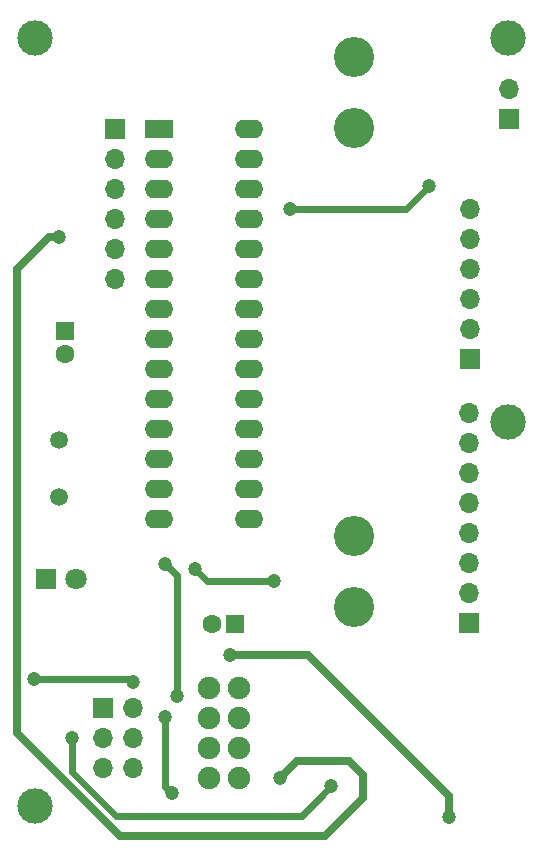
<source format=gbr>
G04 #@! TF.GenerationSoftware,KiCad,Pcbnew,5.0.1-33cea8e~68~ubuntu18.04.1*
G04 #@! TF.CreationDate,2018-11-21T16:18:05-05:00*
G04 #@! TF.ProjectId,samn,73616D6E2E6B696361645F7063620000,5*
G04 #@! TF.SameCoordinates,Original*
G04 #@! TF.FileFunction,Copper,L1,Top,Mixed*
G04 #@! TF.FilePolarity,Positive*
%FSLAX46Y46*%
G04 Gerber Fmt 4.6, Leading zero omitted, Abs format (unit mm)*
G04 Created by KiCad (PCBNEW 5.0.1-33cea8e~68~ubuntu18.04.1) date Wed 21 Nov 2018 04:18:05 PM EST*
%MOMM*%
%LPD*%
G01*
G04 APERTURE LIST*
G04 #@! TA.AperFunction,ComponentPad*
%ADD10R,1.700000X1.700000*%
G04 #@! TD*
G04 #@! TA.AperFunction,ComponentPad*
%ADD11O,1.700000X1.700000*%
G04 #@! TD*
G04 #@! TA.AperFunction,ComponentPad*
%ADD12C,1.900000*%
G04 #@! TD*
G04 #@! TA.AperFunction,ComponentPad*
%ADD13C,1.800000*%
G04 #@! TD*
G04 #@! TA.AperFunction,ComponentPad*
%ADD14R,1.800000X1.800000*%
G04 #@! TD*
G04 #@! TA.AperFunction,ComponentPad*
%ADD15C,3.400000*%
G04 #@! TD*
G04 #@! TA.AperFunction,ComponentPad*
%ADD16C,1.500000*%
G04 #@! TD*
G04 #@! TA.AperFunction,ComponentPad*
%ADD17C,1.600000*%
G04 #@! TD*
G04 #@! TA.AperFunction,ComponentPad*
%ADD18R,1.600000X1.600000*%
G04 #@! TD*
G04 #@! TA.AperFunction,ComponentPad*
%ADD19O,2.400000X1.600000*%
G04 #@! TD*
G04 #@! TA.AperFunction,ComponentPad*
%ADD20R,2.400000X1.600000*%
G04 #@! TD*
G04 #@! TA.AperFunction,ViaPad*
%ADD21C,3.000000*%
G04 #@! TD*
G04 #@! TA.AperFunction,ViaPad*
%ADD22C,1.200000*%
G04 #@! TD*
G04 #@! TA.AperFunction,Conductor*
%ADD23C,0.400000*%
G04 #@! TD*
G04 #@! TA.AperFunction,Conductor*
%ADD24C,0.600000*%
G04 #@! TD*
G04 #@! TA.AperFunction,Conductor*
%ADD25C,0.700000*%
G04 #@! TD*
G04 APERTURE END LIST*
D10*
G04 #@! TO.P,J5,1*
G04 #@! TO.N,+1V5*
X63650000Y-29350000D03*
D11*
G04 #@! TO.P,J5,2*
G04 #@! TO.N,Net-(J5-Pad2)*
X63650000Y-26810000D03*
G04 #@! TD*
D12*
G04 #@! TO.P,U3,1*
G04 #@! TO.N,GND*
X38250000Y-77500000D03*
G04 #@! TO.P,U3,2*
G04 #@! TO.N,+3V3*
X40790000Y-77500000D03*
G04 #@! TO.P,U3,3*
G04 #@! TO.N,Net-(U2-Pad12)*
X38250000Y-80040000D03*
G04 #@! TO.P,U3,4*
G04 #@! TO.N,Net-(U2-Pad13)*
X40790000Y-80040000D03*
G04 #@! TO.P,U3,5*
G04 #@! TO.N,SCK*
X38250000Y-82580000D03*
G04 #@! TO.P,U3,6*
G04 #@! TO.N,MOSI*
X40790000Y-82580000D03*
G04 #@! TO.P,U3,7*
G04 #@! TO.N,MISO*
X38250000Y-85120000D03*
G04 #@! TO.P,U3,8*
G04 #@! TO.N,Net-(J3-Pad4)*
X40790000Y-85120000D03*
G04 #@! TD*
D11*
G04 #@! TO.P,J4,6*
G04 #@! TO.N,MISO*
X31790000Y-84330000D03*
G04 #@! TO.P,J4,5*
G04 #@! TO.N,+3V3*
X29250000Y-84330000D03*
G04 #@! TO.P,J4,4*
G04 #@! TO.N,SCK*
X31790000Y-81790000D03*
G04 #@! TO.P,J4,3*
G04 #@! TO.N,MOSI*
X29250000Y-81790000D03*
G04 #@! TO.P,J4,2*
G04 #@! TO.N,Reset*
X31790000Y-79250000D03*
D10*
G04 #@! TO.P,J4,1*
G04 #@! TO.N,GND*
X29250000Y-79250000D03*
G04 #@! TD*
D13*
G04 #@! TO.P,LED_I1,2*
G04 #@! TO.N,Net-(LED_I1-Pad2)*
X26940000Y-68300000D03*
D14*
G04 #@! TO.P,LED_I1,1*
G04 #@! TO.N,GND*
X24400000Y-68300000D03*
G04 #@! TD*
D15*
G04 #@! TO.P,V1,2*
G04 #@! TO.N,GND*
X50500000Y-70700000D03*
X50500000Y-64700000D03*
G04 #@! TO.P,V1,1*
G04 #@! TO.N,Net-(J5-Pad2)*
X50500000Y-30150000D03*
X50500000Y-24150000D03*
G04 #@! TD*
D16*
G04 #@! TO.P,Y1,2*
G04 #@! TO.N,Net-(C6-Pad1)*
X25500000Y-61380000D03*
G04 #@! TO.P,Y1,1*
G04 #@! TO.N,Net-(C5-Pad1)*
X25500000Y-56500000D03*
G04 #@! TD*
D17*
G04 #@! TO.P,C4,2*
G04 #@! TO.N,GND*
X26050000Y-49300000D03*
D18*
G04 #@! TO.P,C4,1*
G04 #@! TO.N,+3V3*
X26050000Y-47300000D03*
G04 #@! TD*
D17*
G04 #@! TO.P,C7,2*
G04 #@! TO.N,GND*
X38450000Y-72150000D03*
D18*
G04 #@! TO.P,C7,1*
G04 #@! TO.N,+3V3*
X40450000Y-72150000D03*
G04 #@! TD*
D11*
G04 #@! TO.P,J1,6*
G04 #@! TO.N,Net-(J1-Pad6)*
X60300000Y-36950000D03*
G04 #@! TO.P,J1,5*
G04 #@! TO.N,Net-(J1-Pad5)*
X60300000Y-39490000D03*
G04 #@! TO.P,J1,4*
G04 #@! TO.N,Net-(J1-Pad4)*
X60300000Y-42030000D03*
G04 #@! TO.P,J1,3*
G04 #@! TO.N,Net-(J1-Pad3)*
X60300000Y-44570000D03*
G04 #@! TO.P,J1,2*
G04 #@! TO.N,Net-(J1-Pad2)*
X60300000Y-47110000D03*
D10*
G04 #@! TO.P,J1,1*
G04 #@! TO.N,Net-(J1-Pad1)*
X60300000Y-49650000D03*
G04 #@! TD*
D11*
G04 #@! TO.P,J3,6*
G04 #@! TO.N,Net-(J3-Pad6)*
X30250000Y-42950000D03*
G04 #@! TO.P,J3,5*
G04 #@! TO.N,Net-(J3-Pad5)*
X30250000Y-40410000D03*
G04 #@! TO.P,J3,4*
G04 #@! TO.N,Net-(J3-Pad4)*
X30250000Y-37870000D03*
G04 #@! TO.P,J3,3*
G04 #@! TO.N,Net-(J3-Pad3)*
X30250000Y-35330000D03*
G04 #@! TO.P,J3,2*
G04 #@! TO.N,Net-(J3-Pad2)*
X30250000Y-32790000D03*
D10*
G04 #@! TO.P,J3,1*
G04 #@! TO.N,Reset*
X30250000Y-30250000D03*
G04 #@! TD*
D11*
G04 #@! TO.P,J2,8*
G04 #@! TO.N,GND*
X60250000Y-54220000D03*
G04 #@! TO.P,J2,7*
G04 #@! TO.N,+3V3*
X60250000Y-56760000D03*
G04 #@! TO.P,J2,6*
G04 #@! TO.N,SCK*
X60250000Y-59300000D03*
G04 #@! TO.P,J2,5*
G04 #@! TO.N,MISO*
X60250000Y-61840000D03*
G04 #@! TO.P,J2,4*
G04 #@! TO.N,MOSI*
X60250000Y-64380000D03*
G04 #@! TO.P,J2,3*
G04 #@! TO.N,Net-(J2-Pad3)*
X60250000Y-66920000D03*
G04 #@! TO.P,J2,2*
G04 #@! TO.N,Net-(J2-Pad2)*
X60250000Y-69460000D03*
D10*
G04 #@! TO.P,J2,1*
G04 #@! TO.N,Net-(J2-Pad1)*
X60250000Y-72000000D03*
G04 #@! TD*
D19*
G04 #@! TO.P,U2,28*
G04 #@! TO.N,Net-(J1-Pad6)*
X41620000Y-30250000D03*
G04 #@! TO.P,U2,14*
G04 #@! TO.N,Net-(J2-Pad1)*
X34000000Y-63270000D03*
G04 #@! TO.P,U2,27*
G04 #@! TO.N,Net-(J1-Pad5)*
X41620000Y-32790000D03*
G04 #@! TO.P,U2,13*
G04 #@! TO.N,Net-(U2-Pad13)*
X34000000Y-60730000D03*
G04 #@! TO.P,U2,26*
G04 #@! TO.N,Net-(R7-Pad1)*
X41620000Y-35330000D03*
G04 #@! TO.P,U2,12*
G04 #@! TO.N,Net-(U2-Pad12)*
X34000000Y-58190000D03*
G04 #@! TO.P,U2,25*
G04 #@! TO.N,Net-(J1-Pad3)*
X41620000Y-37870000D03*
G04 #@! TO.P,U2,11*
G04 #@! TO.N,Net-(R4-Pad2)*
X34000000Y-55650000D03*
G04 #@! TO.P,U2,24*
G04 #@! TO.N,Net-(J1-Pad2)*
X41620000Y-40410000D03*
G04 #@! TO.P,U2,10*
G04 #@! TO.N,Net-(C6-Pad1)*
X34000000Y-53110000D03*
G04 #@! TO.P,U2,23*
G04 #@! TO.N,Net-(J1-Pad1)*
X41620000Y-42950000D03*
G04 #@! TO.P,U2,9*
G04 #@! TO.N,Net-(C5-Pad1)*
X34000000Y-50570000D03*
G04 #@! TO.P,U2,22*
G04 #@! TO.N,GND*
X41620000Y-45490000D03*
G04 #@! TO.P,U2,8*
X34000000Y-48030000D03*
G04 #@! TO.P,U2,21*
G04 #@! TO.N,Net-(C3-Pad2)*
X41620000Y-48030000D03*
G04 #@! TO.P,U2,7*
G04 #@! TO.N,+3V3*
X34000000Y-45490000D03*
G04 #@! TO.P,U2,20*
X41620000Y-50570000D03*
G04 #@! TO.P,U2,6*
G04 #@! TO.N,Net-(J3-Pad6)*
X34000000Y-42950000D03*
G04 #@! TO.P,U2,19*
G04 #@! TO.N,SCK*
X41620000Y-53110000D03*
G04 #@! TO.P,U2,5*
G04 #@! TO.N,Net-(J3-Pad5)*
X34000000Y-40410000D03*
G04 #@! TO.P,U2,18*
G04 #@! TO.N,MISO*
X41620000Y-55650000D03*
G04 #@! TO.P,U2,4*
G04 #@! TO.N,Net-(J3-Pad4)*
X34000000Y-37870000D03*
G04 #@! TO.P,U2,17*
G04 #@! TO.N,MOSI*
X41620000Y-58190000D03*
G04 #@! TO.P,U2,3*
G04 #@! TO.N,Net-(J3-Pad3)*
X34000000Y-35330000D03*
G04 #@! TO.P,U2,16*
G04 #@! TO.N,Net-(J2-Pad3)*
X41620000Y-60730000D03*
G04 #@! TO.P,U2,2*
G04 #@! TO.N,Net-(J3-Pad2)*
X34000000Y-32790000D03*
G04 #@! TO.P,U2,15*
G04 #@! TO.N,Net-(J2-Pad2)*
X41620000Y-63270000D03*
D20*
G04 #@! TO.P,U2,1*
G04 #@! TO.N,Reset*
X34000000Y-30250000D03*
G04 #@! TD*
D21*
G04 #@! TO.N,*
X23500000Y-22500000D03*
X23500000Y-87500000D03*
X63500000Y-55000000D03*
X63500000Y-22500000D03*
D22*
G04 #@! TO.N,Reset*
X31750000Y-77000030D03*
X23400010Y-76750000D03*
G04 #@! TO.N,+3V3*
X58500000Y-88500000D03*
X40000000Y-74750000D03*
G04 #@! TO.N,Net-(U2-Pad12)*
X34500000Y-67000000D03*
X35500000Y-78250000D03*
G04 #@! TO.N,SCK*
X34500000Y-80000000D03*
X35050004Y-86450000D03*
G04 #@! TO.N,MOSI*
X26610000Y-81790000D03*
X48550000Y-85850000D03*
G04 #@! TO.N,Net-(J3-Pad4)*
X44250000Y-85150000D03*
X25550000Y-39350000D03*
G04 #@! TO.N,Net-(J2-Pad1)*
X37000000Y-67470000D03*
X43750000Y-68500000D03*
G04 #@! TO.N,Net-(R7-Pad1)*
X56850000Y-35000000D03*
X45100000Y-36950000D03*
G04 #@! TD*
D23*
G04 #@! TO.N,Reset*
X31499970Y-76750000D02*
X31750000Y-77000030D01*
D24*
X31499970Y-76750000D02*
X23400010Y-76750000D01*
D25*
G04 #@! TO.N,+3V3*
X58500000Y-87651472D02*
X58500000Y-88500000D01*
X40000000Y-74750000D02*
X46600002Y-74750000D01*
X46600002Y-74750000D02*
X58500000Y-86649998D01*
X58500000Y-86649998D02*
X58500000Y-87651472D01*
D24*
G04 #@! TO.N,Net-(U2-Pad12)*
X34500000Y-67000000D02*
X35500000Y-68000000D01*
X35500000Y-68000000D02*
X35500000Y-78250000D01*
G04 #@! TO.N,SCK*
X34500000Y-80000000D02*
X34500000Y-85899996D01*
X34500000Y-85899996D02*
X35050004Y-86450000D01*
G04 #@! TO.N,MOSI*
X46050000Y-88350000D02*
X47950001Y-86449999D01*
X26610000Y-84666482D02*
X30293518Y-88350000D01*
X47950001Y-86449999D02*
X48550000Y-85850000D01*
X26610000Y-81790000D02*
X26610000Y-84666482D01*
X30293518Y-88350000D02*
X46050000Y-88350000D01*
D25*
G04 #@! TO.N,Net-(J3-Pad4)*
X45700000Y-83700000D02*
X44250000Y-85150000D01*
X51250000Y-86850000D02*
X51250000Y-84900000D01*
X30700000Y-90100000D02*
X48000000Y-90100000D01*
X51250000Y-84900000D02*
X50050000Y-83700000D01*
X21950000Y-42101472D02*
X21950000Y-81350000D01*
X24701472Y-39350000D02*
X21950000Y-42101472D01*
X48000000Y-90100000D02*
X51250000Y-86850000D01*
X50050000Y-83700000D02*
X45700000Y-83700000D01*
X21950000Y-81350000D02*
X30700000Y-90100000D01*
X25550000Y-39350000D02*
X24701472Y-39350000D01*
D24*
G04 #@! TO.N,Net-(J2-Pad1)*
X43750000Y-68500000D02*
X38030000Y-68500000D01*
X38030000Y-68500000D02*
X37000000Y-67470000D01*
G04 #@! TO.N,Net-(R7-Pad1)*
X45100000Y-36950000D02*
X54900000Y-36950000D01*
X54900000Y-36950000D02*
X56850000Y-35000000D01*
G04 #@! TD*
M02*

</source>
